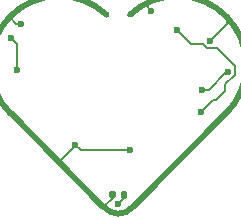
<source format=gtl>
G04 #@! TF.GenerationSoftware,KiCad,Pcbnew,8.0.9-8.0.9-0~ubuntu20.04.1*
G04 #@! TF.CreationDate,2025-12-29T17:13:45+00:00*
G04 #@! TF.ProjectId,nfc-pcb-tag,6e66632d-7063-4622-9d74-61672e6b6963,rev?*
G04 #@! TF.SameCoordinates,Original*
G04 #@! TF.FileFunction,Copper,L1,Top*
G04 #@! TF.FilePolarity,Positive*
%FSLAX46Y46*%
G04 Gerber Fmt 4.6, Leading zero omitted, Abs format (unit mm)*
G04 Created by KiCad (PCBNEW 8.0.9-8.0.9-0~ubuntu20.04.1) date 2025-12-29 17:13:45*
%MOMM*%
%LPD*%
G01*
G04 APERTURE LIST*
G04 #@! TA.AperFunction,Conductor*
%ADD10C,0.550000*%
G04 #@! TD*
G04 #@! TA.AperFunction,ViaPad*
%ADD11C,0.600000*%
G04 #@! TD*
G04 #@! TA.AperFunction,Conductor*
%ADD12C,0.200000*%
G04 #@! TD*
G04 APERTURE END LIST*
D10*
X63373107Y-40126893D02*
G75*
G02*
X71499999Y-31750000I4126893J4126893D01*
G01*
X73750000Y-48000000D02*
G75*
G02*
X71250000Y-48000000I-1250000J1000000D01*
G01*
X63388279Y-40111721D02*
X71250000Y-48000000D01*
X81861721Y-39861721D02*
X73750000Y-48000000D01*
X73500001Y-31750001D02*
G75*
G02*
X81626893Y-40126893I3999999J-4249999D01*
G01*
G04 #@! TA.AperFunction,SMDPad,CuDef*
G36*
G01*
X71720000Y-47172500D02*
X71720000Y-46827500D01*
G75*
G02*
X71867500Y-46680000I147500J0D01*
G01*
X72162500Y-46680000D01*
G75*
G02*
X72310000Y-46827500I0J-147500D01*
G01*
X72310000Y-47172500D01*
G75*
G02*
X72162500Y-47320000I-147500J0D01*
G01*
X71867500Y-47320000D01*
G75*
G02*
X71720000Y-47172500I0J147500D01*
G01*
G37*
G04 #@! TD.AperFunction*
G04 #@! TA.AperFunction,SMDPad,CuDef*
G36*
G01*
X72690000Y-47172500D02*
X72690000Y-46827500D01*
G75*
G02*
X72837500Y-46680000I147500J0D01*
G01*
X73132500Y-46680000D01*
G75*
G02*
X73280000Y-46827500I0J-147500D01*
G01*
X73280000Y-47172500D01*
G75*
G02*
X73132500Y-47320000I-147500J0D01*
G01*
X72837500Y-47320000D01*
G75*
G02*
X72690000Y-47172500I0J147500D01*
G01*
G37*
G04 #@! TD.AperFunction*
D11*
X64250000Y-32500000D03*
X68864265Y-42765735D03*
X73500000Y-43250000D03*
X75300000Y-31400000D03*
X80250000Y-34000000D03*
X63409090Y-33744213D03*
X63933257Y-36411578D03*
X72500000Y-47750000D03*
X81761119Y-36587409D03*
X79625347Y-38104555D03*
X77474265Y-33069799D03*
X79500000Y-40000000D03*
D12*
X63874985Y-32500000D02*
X63311073Y-31936088D01*
X80250000Y-34000000D02*
X81688926Y-32561074D01*
X68864265Y-42765735D02*
X69348530Y-43250000D01*
X64250000Y-32500000D02*
X63874985Y-32500000D01*
X68864265Y-42885735D02*
X68864265Y-42765735D01*
X69348530Y-43250000D02*
X73500000Y-43250000D01*
X75300000Y-31400000D02*
X74900000Y-31000000D01*
X81688926Y-32561074D02*
X81688926Y-31936088D01*
X67500000Y-44250000D02*
X68864265Y-42885735D01*
X71250000Y-48000000D02*
X67500000Y-44250000D01*
X72015000Y-47235000D02*
X71250000Y-48000000D01*
X72015000Y-47000000D02*
X72015000Y-47235000D01*
X63409090Y-33744213D02*
X63933257Y-34268380D01*
X63933257Y-34268380D02*
X63933257Y-36411578D01*
X72985000Y-47000000D02*
X72985000Y-47265000D01*
X72985000Y-47265000D02*
X72500000Y-47750000D01*
X80145445Y-38104555D02*
X81662591Y-36587409D01*
X81662591Y-36587409D02*
X81761119Y-36587409D01*
X79625347Y-38104555D02*
X80145445Y-38104555D01*
X79650000Y-34248529D02*
X80001471Y-34600000D01*
X77474265Y-33069799D02*
X78652995Y-34248529D01*
X81539214Y-38210786D02*
X80750000Y-39000000D01*
X80001471Y-34600000D02*
X80850000Y-34600000D01*
X82361119Y-36835938D02*
X81539214Y-37657843D01*
X81539214Y-37657843D02*
X81539214Y-38210786D01*
X80850000Y-34600000D02*
X82361119Y-36111119D01*
X78652995Y-34248529D02*
X79650000Y-34248529D01*
X82361119Y-36111119D02*
X82361119Y-36835938D01*
X80750000Y-39000000D02*
X80500000Y-39000000D01*
X80500000Y-39000000D02*
X79500000Y-40000000D01*
M02*

</source>
